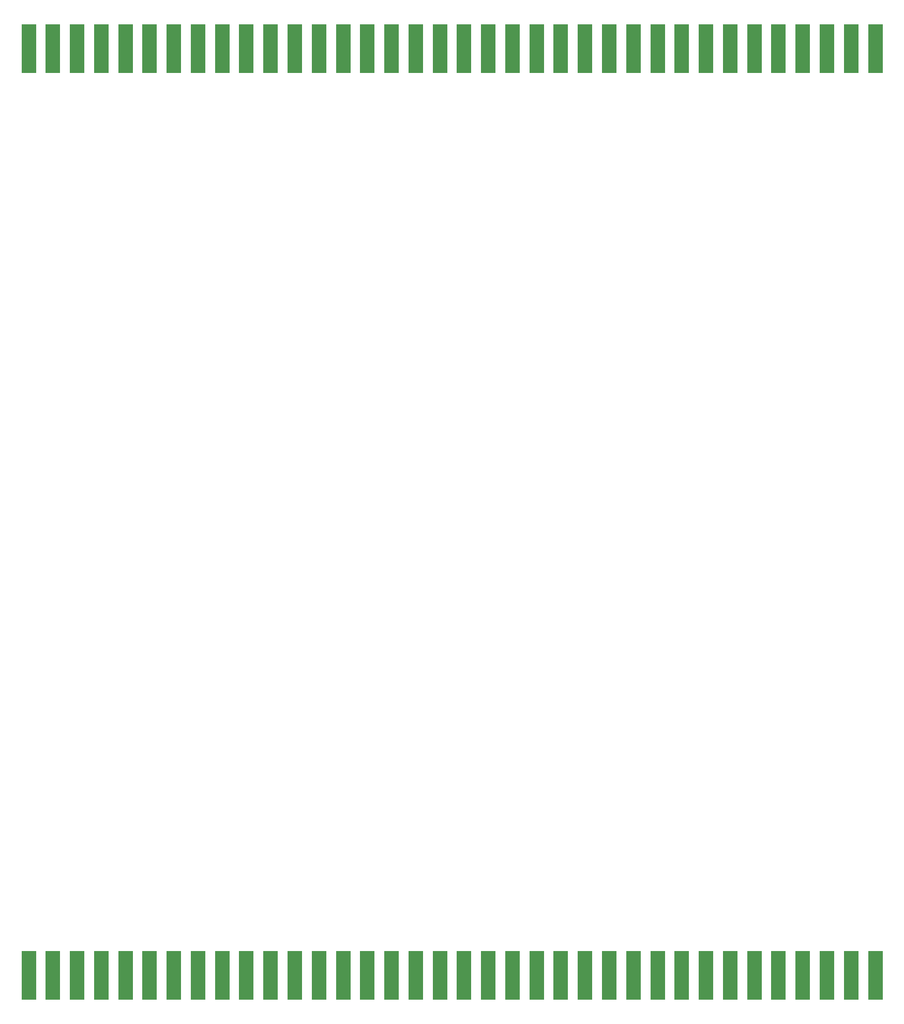
<source format=gbp>
G04 #@! TF.GenerationSoftware,KiCad,Pcbnew,5.1.12-84ad8e8a86~92~ubuntu20.04.1*
G04 #@! TF.CreationDate,2022-11-16T18:52:32-05:00*
G04 #@! TF.ProjectId,unipak-extender,756e6970-616b-42d6-9578-74656e646572,v1.0*
G04 #@! TF.SameCoordinates,Original*
G04 #@! TF.FileFunction,Paste,Bot*
G04 #@! TF.FilePolarity,Positive*
%FSLAX46Y46*%
G04 Gerber Fmt 4.6, Leading zero omitted, Abs format (unit mm)*
G04 Created by KiCad (PCBNEW 5.1.12-84ad8e8a86~92~ubuntu20.04.1) date 2022-11-16 18:52:32*
%MOMM*%
%LPD*%
G01*
G04 APERTURE LIST*
%ADD10R,2.350000X8.000000*%
G04 APERTURE END LIST*
D10*
X256760000Y-47294000D03*
X284480000Y-47294000D03*
X268640000Y-47294000D03*
X260720000Y-47294000D03*
X276560000Y-47294000D03*
X280520000Y-47294000D03*
X272600000Y-47294000D03*
X264680000Y-47294000D03*
X169640000Y-47294000D03*
X252800000Y-47294000D03*
X248840000Y-47294000D03*
X244880000Y-47294000D03*
X240920000Y-47294000D03*
X236960000Y-47294000D03*
X233000000Y-47294000D03*
X229040000Y-47294000D03*
X225080000Y-47294000D03*
X221120000Y-47294000D03*
X217160000Y-47294000D03*
X213200000Y-47294000D03*
X209240000Y-47294000D03*
X205280000Y-47294000D03*
X201320000Y-47294000D03*
X197360000Y-47294000D03*
X193400000Y-47294000D03*
X189440000Y-47294000D03*
X185480000Y-47294000D03*
X181520000Y-47294000D03*
X177560000Y-47294000D03*
X173600000Y-47294000D03*
X165680000Y-47294000D03*
X161720000Y-47294000D03*
X157760000Y-47294000D03*
X153800000Y-47294000D03*
X149840000Y-47294000D03*
X145880000Y-47294000D03*
X173600000Y-198882000D03*
X145880000Y-198882000D03*
X161720000Y-198882000D03*
X169640000Y-198882000D03*
X153800000Y-198882000D03*
X149840000Y-198882000D03*
X157760000Y-198882000D03*
X165680000Y-198882000D03*
X260720000Y-198882000D03*
X177560000Y-198882000D03*
X181520000Y-198882000D03*
X185480000Y-198882000D03*
X189440000Y-198882000D03*
X193400000Y-198882000D03*
X197360000Y-198882000D03*
X201320000Y-198882000D03*
X205280000Y-198882000D03*
X209240000Y-198882000D03*
X213200000Y-198882000D03*
X217160000Y-198882000D03*
X221120000Y-198882000D03*
X225080000Y-198882000D03*
X229040000Y-198882000D03*
X233000000Y-198882000D03*
X236960000Y-198882000D03*
X240920000Y-198882000D03*
X244880000Y-198882000D03*
X248840000Y-198882000D03*
X252800000Y-198882000D03*
X256760000Y-198882000D03*
X264680000Y-198882000D03*
X268640000Y-198882000D03*
X272600000Y-198882000D03*
X276560000Y-198882000D03*
X280520000Y-198882000D03*
X284480000Y-198882000D03*
M02*

</source>
